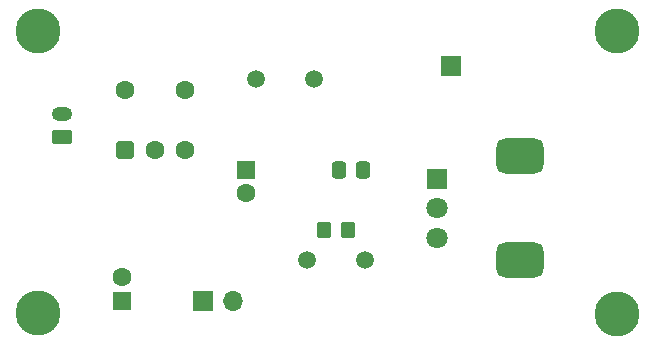
<source format=gbr>
%TF.GenerationSoftware,KiCad,Pcbnew,6.0.9-8da3e8f707~117~ubuntu22.04.1*%
%TF.CreationDate,2022-12-01T02:03:48-04:00*%
%TF.ProjectId,rix,7269782e-6b69-4636-9164-5f7063625858,rev?*%
%TF.SameCoordinates,Original*%
%TF.FileFunction,Soldermask,Bot*%
%TF.FilePolarity,Negative*%
%FSLAX46Y46*%
G04 Gerber Fmt 4.6, Leading zero omitted, Abs format (unit mm)*
G04 Created by KiCad (PCBNEW 6.0.9-8da3e8f707~117~ubuntu22.04.1) date 2022-12-01 02:03:48*
%MOMM*%
%LPD*%
G01*
G04 APERTURE LIST*
G04 Aperture macros list*
%AMRoundRect*
0 Rectangle with rounded corners*
0 $1 Rounding radius*
0 $2 $3 $4 $5 $6 $7 $8 $9 X,Y pos of 4 corners*
0 Add a 4 corners polygon primitive as box body*
4,1,4,$2,$3,$4,$5,$6,$7,$8,$9,$2,$3,0*
0 Add four circle primitives for the rounded corners*
1,1,$1+$1,$2,$3*
1,1,$1+$1,$4,$5*
1,1,$1+$1,$6,$7*
1,1,$1+$1,$8,$9*
0 Add four rect primitives between the rounded corners*
20,1,$1+$1,$2,$3,$4,$5,0*
20,1,$1+$1,$4,$5,$6,$7,0*
20,1,$1+$1,$6,$7,$8,$9,0*
20,1,$1+$1,$8,$9,$2,$3,0*%
G04 Aperture macros list end*
%ADD10R,1.600000X1.600000*%
%ADD11C,1.600000*%
%ADD12C,3.800000*%
%ADD13C,2.600000*%
%ADD14RoundRect,0.250000X0.625000X-0.350000X0.625000X0.350000X-0.625000X0.350000X-0.625000X-0.350000X0*%
%ADD15O,1.750000X1.200000*%
%ADD16R,1.700000X1.700000*%
%ADD17RoundRect,0.400000X-0.400000X0.400000X-0.400000X-0.400000X0.400000X-0.400000X0.400000X0.400000X0*%
%ADD18C,1.500000*%
%ADD19R,1.800000X1.800000*%
%ADD20C,1.800000*%
%ADD21RoundRect,0.750000X-1.250000X-0.750000X1.250000X-0.750000X1.250000X0.750000X-1.250000X0.750000X0*%
%ADD22O,1.700000X1.700000*%
%ADD23RoundRect,0.250000X-0.337500X-0.475000X0.337500X-0.475000X0.337500X0.475000X-0.337500X0.475000X0*%
%ADD24RoundRect,0.250000X-0.350000X-0.450000X0.350000X-0.450000X0.350000X0.450000X-0.350000X0.450000X0*%
G04 APERTURE END LIST*
D10*
%TO.C,C1*%
X91100000Y-89855112D03*
D11*
X91100000Y-87855112D03*
%TD*%
D12*
%TO.C,H3*%
X84000000Y-67000000D03*
D13*
X84000000Y-67000000D03*
%TD*%
D14*
%TO.C,J1*%
X86000000Y-76000000D03*
D15*
X86000000Y-74000000D03*
%TD*%
D16*
%TO.C,J3*%
X119000000Y-70000000D03*
%TD*%
D10*
%TO.C,C2*%
X101600000Y-78740000D03*
D11*
X101600000Y-80740000D03*
%TD*%
%TO.C,SW1*%
X96430000Y-72010000D03*
X91350000Y-72010000D03*
D17*
X91350000Y-77090000D03*
D11*
X93890000Y-77090000D03*
X96430000Y-77090000D03*
%TD*%
D18*
%TO.C,Y2*%
X102450000Y-71100000D03*
X107330000Y-71100000D03*
%TD*%
D19*
%TO.C,RV1*%
X117800000Y-79500000D03*
D20*
X117800000Y-82000000D03*
X117800000Y-84500000D03*
D21*
X124800000Y-77600000D03*
X124800000Y-86400000D03*
%TD*%
D12*
%TO.C,H2*%
X133000000Y-91000000D03*
D13*
X133000000Y-91000000D03*
%TD*%
D16*
%TO.C,J2*%
X98000000Y-89900000D03*
D22*
X100540000Y-89900000D03*
%TD*%
D13*
%TO.C,H1*%
X133000000Y-67000000D03*
D12*
X133000000Y-67000000D03*
%TD*%
D18*
%TO.C,Y1*%
X106770000Y-86360000D03*
X111650000Y-86360000D03*
%TD*%
D13*
%TO.C,H4*%
X84000000Y-90900000D03*
D12*
X84000000Y-90900000D03*
%TD*%
D23*
%TO.C,C3*%
X109452500Y-78740000D03*
X111527500Y-78740000D03*
%TD*%
D24*
%TO.C,R1*%
X108220000Y-83820000D03*
X110220000Y-83820000D03*
%TD*%
M02*

</source>
